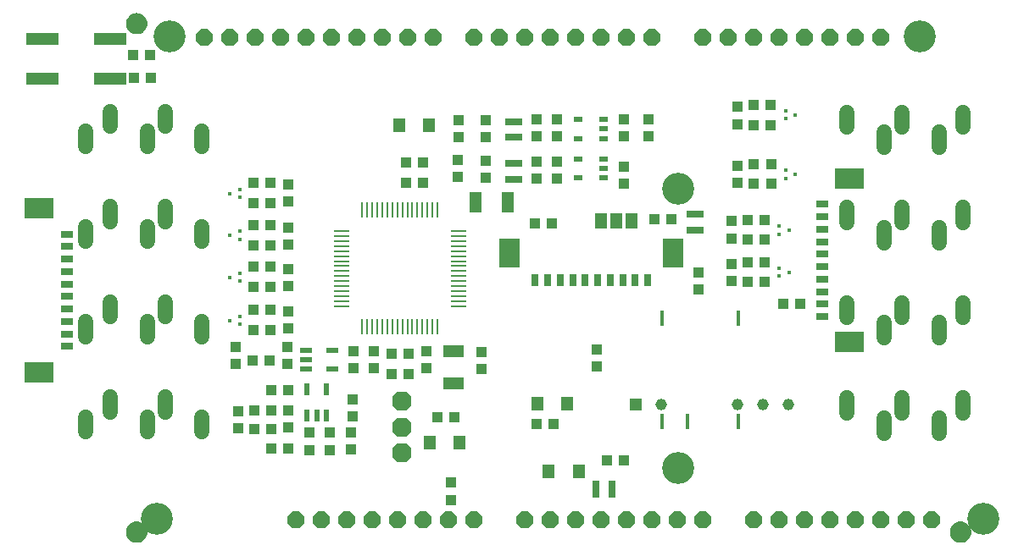
<source format=gbr>
G04 EAGLE Gerber RS-274X export*
G75*
%MOMM*%
%FSLAX34Y34*%
%LPD*%
%INSoldermask Top*%
%IPPOS*%
%AMOC8*
5,1,8,0,0,1.08239X$1,22.5*%
G01*
%ADD10C,3.200000*%
%ADD11R,1.800000X0.800000*%
%ADD12R,1.000000X1.100000*%
%ADD13R,2.000000X1.200000*%
%ADD14R,1.100000X1.000000*%
%ADD15R,1.500000X0.285000*%
%ADD16R,0.285000X1.500000*%
%ADD17R,1.200000X1.400000*%
%ADD18P,1.814519X8X22.500000*%
%ADD19P,2.089446X8X22.500000*%
%ADD20R,1.200000X2.000000*%
%ADD21R,1.200000X0.550000*%
%ADD22R,0.550000X1.200000*%
%ADD23R,0.952500X0.508000*%
%ADD24R,1.160000X1.160000*%
%ADD25C,1.160000*%
%ADD26R,0.800000X1.800000*%
%ADD27R,3.200000X1.200000*%
%ADD28R,1.168400X1.600200*%
%ADD29R,0.800000X1.300000*%
%ADD30R,2.100000X3.000000*%
%ADD31R,0.400000X0.400000*%
%ADD32C,1.500000*%
%ADD33R,0.406400X1.600200*%
%ADD34R,1.300000X0.800000*%
%ADD35R,3.000000X2.100000*%

G36*
X122188Y511236D02*
X122188Y511236D01*
X122231Y511248D01*
X122297Y511255D01*
X123980Y511706D01*
X124021Y511725D01*
X124084Y511744D01*
X125664Y512481D01*
X125701Y512507D01*
X125760Y512536D01*
X127188Y513536D01*
X127219Y513568D01*
X127272Y513607D01*
X128505Y514840D01*
X128530Y514876D01*
X128576Y514924D01*
X129576Y516352D01*
X129594Y516393D01*
X129631Y516448D01*
X130368Y518028D01*
X130379Y518071D01*
X130406Y518132D01*
X130857Y519815D01*
X130859Y519847D01*
X130866Y519868D01*
X130866Y519883D01*
X130876Y519924D01*
X131028Y521661D01*
X131024Y521705D01*
X131028Y521771D01*
X130876Y523508D01*
X130864Y523551D01*
X130857Y523617D01*
X130406Y525300D01*
X130387Y525341D01*
X130368Y525404D01*
X129631Y526984D01*
X129605Y527021D01*
X129576Y527080D01*
X128576Y528508D01*
X128544Y528539D01*
X128505Y528592D01*
X127272Y529825D01*
X127236Y529850D01*
X127188Y529896D01*
X125760Y530896D01*
X125719Y530914D01*
X125664Y530951D01*
X124084Y531688D01*
X124041Y531699D01*
X123980Y531726D01*
X122297Y532177D01*
X122252Y532180D01*
X122188Y532196D01*
X120451Y532348D01*
X120407Y532344D01*
X120341Y532348D01*
X118604Y532196D01*
X118561Y532184D01*
X118495Y532177D01*
X116812Y531726D01*
X116771Y531707D01*
X116708Y531688D01*
X115128Y530951D01*
X115091Y530925D01*
X115032Y530896D01*
X113604Y529896D01*
X113573Y529864D01*
X113520Y529825D01*
X112287Y528592D01*
X112262Y528556D01*
X112216Y528508D01*
X111216Y527080D01*
X111198Y527039D01*
X111161Y526984D01*
X110424Y525404D01*
X110413Y525361D01*
X110386Y525300D01*
X109935Y523617D01*
X109932Y523572D01*
X109916Y523508D01*
X109764Y521771D01*
X109768Y521727D01*
X109764Y521661D01*
X109916Y519924D01*
X109928Y519881D01*
X109932Y519847D01*
X109932Y519831D01*
X109934Y519826D01*
X109935Y519815D01*
X110386Y518132D01*
X110405Y518091D01*
X110424Y518028D01*
X111161Y516448D01*
X111187Y516411D01*
X111216Y516352D01*
X112216Y514924D01*
X112248Y514893D01*
X112287Y514840D01*
X113520Y513607D01*
X113556Y513582D01*
X113604Y513536D01*
X115032Y512536D01*
X115073Y512518D01*
X115128Y512481D01*
X116708Y511744D01*
X116751Y511733D01*
X116812Y511706D01*
X118495Y511255D01*
X118540Y511252D01*
X118604Y511236D01*
X120341Y511084D01*
X120385Y511088D01*
X120451Y511084D01*
X122188Y511236D01*
G37*
G36*
X122188Y2474D02*
X122188Y2474D01*
X122231Y2486D01*
X122297Y2493D01*
X123980Y2944D01*
X124021Y2963D01*
X124084Y2982D01*
X125664Y3719D01*
X125701Y3745D01*
X125760Y3774D01*
X127188Y4774D01*
X127219Y4806D01*
X127272Y4845D01*
X128505Y6078D01*
X128530Y6114D01*
X128576Y6162D01*
X129576Y7590D01*
X129594Y7631D01*
X129631Y7686D01*
X130368Y9266D01*
X130379Y9309D01*
X130406Y9370D01*
X130857Y11053D01*
X130859Y11085D01*
X130866Y11106D01*
X130866Y11121D01*
X130876Y11162D01*
X131028Y12899D01*
X131024Y12943D01*
X131028Y13009D01*
X130876Y14746D01*
X130864Y14789D01*
X130857Y14855D01*
X130406Y16538D01*
X130387Y16579D01*
X130368Y16642D01*
X129631Y18222D01*
X129605Y18259D01*
X129576Y18318D01*
X128576Y19746D01*
X128544Y19777D01*
X128505Y19830D01*
X127272Y21063D01*
X127236Y21088D01*
X127188Y21134D01*
X125760Y22134D01*
X125719Y22152D01*
X125664Y22189D01*
X124084Y22926D01*
X124041Y22937D01*
X123980Y22964D01*
X122297Y23415D01*
X122252Y23418D01*
X122188Y23434D01*
X120451Y23586D01*
X120407Y23582D01*
X120341Y23586D01*
X118604Y23434D01*
X118561Y23422D01*
X118495Y23415D01*
X116812Y22964D01*
X116771Y22945D01*
X116708Y22926D01*
X115128Y22189D01*
X115091Y22163D01*
X115032Y22134D01*
X113604Y21134D01*
X113573Y21102D01*
X113520Y21063D01*
X112287Y19830D01*
X112262Y19794D01*
X112216Y19746D01*
X111216Y18318D01*
X111198Y18277D01*
X111161Y18222D01*
X110424Y16642D01*
X110413Y16599D01*
X110386Y16538D01*
X109935Y14855D01*
X109932Y14810D01*
X109916Y14746D01*
X109764Y13009D01*
X109768Y12965D01*
X109764Y12899D01*
X109916Y11162D01*
X109928Y11119D01*
X109932Y11085D01*
X109932Y11069D01*
X109934Y11064D01*
X109935Y11053D01*
X110386Y9370D01*
X110405Y9329D01*
X110424Y9266D01*
X111161Y7686D01*
X111187Y7649D01*
X111216Y7590D01*
X112216Y6162D01*
X112248Y6131D01*
X112287Y6078D01*
X113520Y4845D01*
X113556Y4820D01*
X113604Y4774D01*
X115032Y3774D01*
X115073Y3756D01*
X115128Y3719D01*
X116708Y2982D01*
X116751Y2971D01*
X116812Y2944D01*
X118495Y2493D01*
X118540Y2490D01*
X118604Y2474D01*
X120341Y2322D01*
X120385Y2326D01*
X120451Y2322D01*
X122188Y2474D01*
G37*
G36*
X945148Y2474D02*
X945148Y2474D01*
X945191Y2486D01*
X945257Y2493D01*
X946940Y2944D01*
X946981Y2963D01*
X947044Y2982D01*
X948624Y3719D01*
X948661Y3745D01*
X948720Y3774D01*
X950148Y4774D01*
X950179Y4806D01*
X950232Y4845D01*
X951465Y6078D01*
X951490Y6114D01*
X951536Y6162D01*
X952536Y7590D01*
X952554Y7631D01*
X952591Y7686D01*
X953328Y9266D01*
X953339Y9309D01*
X953366Y9370D01*
X953817Y11053D01*
X953819Y11085D01*
X953826Y11106D01*
X953826Y11121D01*
X953836Y11162D01*
X953988Y12899D01*
X953984Y12943D01*
X953988Y13009D01*
X953836Y14746D01*
X953824Y14789D01*
X953817Y14855D01*
X953366Y16538D01*
X953347Y16579D01*
X953328Y16642D01*
X952591Y18222D01*
X952565Y18259D01*
X952536Y18318D01*
X951536Y19746D01*
X951504Y19777D01*
X951465Y19830D01*
X950232Y21063D01*
X950196Y21088D01*
X950148Y21134D01*
X948720Y22134D01*
X948679Y22152D01*
X948624Y22189D01*
X947044Y22926D01*
X947001Y22937D01*
X946940Y22964D01*
X945257Y23415D01*
X945212Y23418D01*
X945148Y23434D01*
X943411Y23586D01*
X943367Y23582D01*
X943301Y23586D01*
X941564Y23434D01*
X941521Y23422D01*
X941455Y23415D01*
X939772Y22964D01*
X939731Y22945D01*
X939668Y22926D01*
X938088Y22189D01*
X938051Y22163D01*
X937992Y22134D01*
X936564Y21134D01*
X936533Y21102D01*
X936480Y21063D01*
X935247Y19830D01*
X935222Y19794D01*
X935176Y19746D01*
X934176Y18318D01*
X934158Y18277D01*
X934121Y18222D01*
X933384Y16642D01*
X933373Y16599D01*
X933346Y16538D01*
X932895Y14855D01*
X932892Y14810D01*
X932876Y14746D01*
X932724Y13009D01*
X932728Y12965D01*
X932724Y12899D01*
X932876Y11162D01*
X932888Y11119D01*
X932892Y11085D01*
X932892Y11069D01*
X932894Y11064D01*
X932895Y11053D01*
X933346Y9370D01*
X933365Y9329D01*
X933384Y9266D01*
X934121Y7686D01*
X934147Y7649D01*
X934176Y7590D01*
X935176Y6162D01*
X935208Y6131D01*
X935247Y6078D01*
X936480Y4845D01*
X936516Y4820D01*
X936564Y4774D01*
X937992Y3774D01*
X938033Y3756D01*
X938088Y3719D01*
X939668Y2982D01*
X939711Y2971D01*
X939772Y2944D01*
X941455Y2493D01*
X941500Y2490D01*
X941564Y2474D01*
X943301Y2322D01*
X943345Y2326D01*
X943411Y2322D01*
X945148Y2474D01*
G37*
D10*
X966470Y26670D03*
X153670Y509270D03*
X902970Y509270D03*
X140970Y26670D03*
X661670Y356870D03*
X661670Y77470D03*
D11*
X496824Y365888D03*
X496824Y381888D03*
D12*
X540512Y366912D03*
X540512Y383912D03*
X520192Y366912D03*
X520192Y383912D03*
X468884Y367674D03*
X468884Y384674D03*
D13*
X437134Y193546D03*
X437134Y161546D03*
D12*
X464820Y193158D03*
X464820Y176158D03*
D14*
X389518Y382524D03*
X406518Y382524D03*
X389264Y362204D03*
X406264Y362204D03*
D12*
X409509Y193605D03*
X409509Y176605D03*
D14*
X374997Y170713D03*
X391997Y170713D03*
X375177Y191483D03*
X392177Y191483D03*
D11*
X497078Y407798D03*
X497078Y423798D03*
D12*
X540512Y408822D03*
X540512Y425822D03*
X520192Y408822D03*
X520192Y425822D03*
X469138Y408314D03*
X469138Y425314D03*
D11*
X678434Y314834D03*
X678434Y330834D03*
D12*
X681482Y272660D03*
X681482Y255660D03*
D15*
X324786Y314106D03*
X324786Y309106D03*
X324786Y304106D03*
X324786Y299106D03*
X324786Y294106D03*
X324786Y289106D03*
X324786Y284106D03*
X324786Y279106D03*
X324786Y274106D03*
X324786Y269106D03*
X324786Y264106D03*
X324786Y259106D03*
X324786Y254106D03*
X324786Y249106D03*
X324786Y244106D03*
X324786Y239106D03*
D16*
X345786Y218106D03*
X350786Y218106D03*
X355786Y218106D03*
X360786Y218106D03*
X365786Y218106D03*
X370786Y218106D03*
X375786Y218106D03*
X380786Y218106D03*
X385786Y218106D03*
X390786Y218106D03*
X395786Y218106D03*
X400786Y218106D03*
X405786Y218106D03*
X410786Y218106D03*
X415786Y218106D03*
X420786Y218106D03*
D15*
X441786Y239106D03*
X441786Y244106D03*
X441786Y249106D03*
X441786Y254106D03*
X441786Y259106D03*
X441786Y264106D03*
X441786Y269106D03*
X441786Y274106D03*
X441786Y279106D03*
X441786Y284106D03*
X441786Y289106D03*
X441786Y294106D03*
X441786Y299106D03*
X441786Y304106D03*
X441786Y309106D03*
X441786Y314106D03*
D16*
X420786Y335106D03*
X415786Y335106D03*
X410786Y335106D03*
X405786Y335106D03*
X400786Y335106D03*
X395786Y335106D03*
X390786Y335106D03*
X385786Y335106D03*
X380786Y335106D03*
X375786Y335106D03*
X370786Y335106D03*
X365786Y335106D03*
X360786Y335106D03*
X355786Y335106D03*
X350786Y335106D03*
X345786Y335106D03*
D12*
X441452Y368436D03*
X441452Y385436D03*
X271526Y217052D03*
X271526Y234052D03*
X271526Y258962D03*
X271526Y275962D03*
D14*
X237372Y299974D03*
X254372Y299974D03*
D12*
X271526Y300872D03*
X271526Y317872D03*
D14*
X237372Y320294D03*
X254372Y320294D03*
X237372Y341884D03*
X254372Y341884D03*
D12*
X271526Y344052D03*
X271526Y361052D03*
D14*
X237372Y362458D03*
X254372Y362458D03*
X753736Y439928D03*
X736736Y439928D03*
D12*
X720598Y438268D03*
X720598Y421268D03*
D14*
X753736Y419862D03*
X736736Y419862D03*
X753990Y381254D03*
X736990Y381254D03*
D12*
X720598Y379594D03*
X720598Y362594D03*
D14*
X753990Y361950D03*
X736990Y361950D03*
X747640Y325374D03*
X730640Y325374D03*
D12*
X714248Y323968D03*
X714248Y306968D03*
D14*
X747640Y305816D03*
X730640Y305816D03*
X747640Y283210D03*
X730640Y283210D03*
D12*
X714248Y281296D03*
X714248Y264296D03*
D14*
X747640Y263144D03*
X730640Y263144D03*
X437760Y127508D03*
X420760Y127508D03*
D17*
X413244Y102870D03*
X443244Y102870D03*
D12*
X337058Y194041D03*
X337058Y177041D03*
X334264Y112386D03*
X334264Y95386D03*
X293116Y112259D03*
X293116Y95259D03*
X312928Y112259D03*
X312928Y95259D03*
X441706Y408060D03*
X441706Y425060D03*
D17*
X412764Y419862D03*
X382764Y419862D03*
D18*
X457200Y508000D03*
X482600Y508000D03*
X508000Y508000D03*
X533400Y508000D03*
X558800Y508000D03*
X584200Y508000D03*
X609600Y508000D03*
X635000Y508000D03*
X685800Y508000D03*
X711200Y508000D03*
X736600Y508000D03*
X762000Y508000D03*
X787400Y508000D03*
X812800Y508000D03*
X838200Y508000D03*
X863600Y508000D03*
X736600Y25400D03*
X762000Y25400D03*
X787400Y25400D03*
X812800Y25400D03*
X838200Y25400D03*
X863600Y25400D03*
X889000Y25400D03*
X914400Y25400D03*
X508000Y25400D03*
X533400Y25400D03*
X558800Y25400D03*
X584200Y25400D03*
X609600Y25400D03*
X635000Y25400D03*
X660400Y25400D03*
X685800Y25400D03*
X187960Y508000D03*
X213360Y508000D03*
X238760Y508000D03*
X264160Y508000D03*
X289560Y508000D03*
X314960Y508000D03*
X340360Y508000D03*
X365760Y508000D03*
X391160Y508000D03*
X416560Y508000D03*
X279400Y25400D03*
X304800Y25400D03*
X330200Y25400D03*
X355600Y25400D03*
X381000Y25400D03*
X406400Y25400D03*
X431800Y25400D03*
X457200Y25400D03*
D19*
X385318Y117928D03*
D14*
X237372Y278384D03*
X254372Y278384D03*
X237372Y258064D03*
X254372Y258064D03*
X237372Y235204D03*
X254372Y235204D03*
X237372Y214884D03*
X254372Y214884D03*
D19*
X385318Y91948D03*
D20*
X490726Y342646D03*
X458726Y342646D03*
D12*
X631698Y408822D03*
X631698Y425822D03*
X607060Y408822D03*
X607060Y425822D03*
X607060Y361578D03*
X607060Y378578D03*
D21*
X289767Y194920D03*
X289767Y185420D03*
X289767Y175920D03*
X315769Y175920D03*
X315769Y194920D03*
D22*
X290728Y129747D03*
X300228Y129747D03*
X309728Y129747D03*
X309728Y155749D03*
X290728Y155749D03*
D19*
X385318Y143909D03*
D23*
X586809Y406758D03*
X586809Y416258D03*
X586809Y425758D03*
X561282Y425758D03*
X561282Y406758D03*
X586936Y367195D03*
X586936Y376695D03*
X586936Y386195D03*
X561409Y386195D03*
X561409Y367195D03*
D14*
X654475Y325681D03*
X637475Y325681D03*
D24*
X618564Y140379D03*
D25*
X643964Y140379D03*
X720164Y140379D03*
X745564Y140379D03*
X770964Y140379D03*
D12*
X434160Y62361D03*
X434160Y45361D03*
D14*
X590371Y84910D03*
X607371Y84910D03*
D12*
X580210Y195505D03*
X580210Y178505D03*
D26*
X579210Y55903D03*
X595210Y55903D03*
D14*
X536627Y120830D03*
X519627Y120830D03*
D17*
X520602Y141224D03*
X550602Y141224D03*
X561948Y74026D03*
X531948Y74026D03*
D14*
X517999Y321473D03*
X534999Y321473D03*
D27*
X26119Y506623D03*
X94119Y506623D03*
X94119Y466623D03*
X26119Y466623D03*
D14*
X117189Y490355D03*
X134189Y490355D03*
D28*
X583951Y324406D03*
X599191Y324406D03*
X614431Y324406D03*
D29*
X630923Y264970D03*
X618423Y264970D03*
X605923Y264970D03*
X593423Y264970D03*
X580923Y264970D03*
X568423Y264970D03*
X555923Y264970D03*
X543423Y264970D03*
X530923Y264970D03*
X518423Y264970D03*
D30*
X656423Y292470D03*
X492923Y292470D03*
D14*
X254639Y115720D03*
X237639Y115720D03*
X254639Y135110D03*
X237639Y135110D03*
X253369Y185067D03*
X236369Y185067D03*
D12*
X271087Y180971D03*
X271087Y197971D03*
D14*
X254631Y154953D03*
X271631Y154953D03*
X254631Y96192D03*
X271631Y96192D03*
D12*
X221582Y133989D03*
X221582Y116989D03*
X219448Y180971D03*
X219448Y197971D03*
X271859Y117471D03*
X271859Y134471D03*
D31*
X213407Y224793D03*
X223407Y220793D03*
X223407Y228793D03*
X213407Y267973D03*
X223407Y263973D03*
X223407Y271973D03*
X213407Y309883D03*
X223407Y305883D03*
X223407Y313883D03*
X213407Y351793D03*
X223407Y347793D03*
X223407Y355793D03*
X778463Y430527D03*
X768463Y434527D03*
X768463Y426527D03*
X778463Y370837D03*
X768463Y374837D03*
X768463Y366837D03*
X772113Y314957D03*
X762113Y318957D03*
X762113Y310957D03*
X772113Y273047D03*
X762113Y277047D03*
X762113Y269047D03*
D12*
X336243Y145419D03*
X336243Y128419D03*
X357518Y177041D03*
X357518Y194041D03*
D14*
X117471Y467302D03*
X134471Y467302D03*
D32*
X69850Y128150D02*
X69850Y113150D01*
X93850Y133150D02*
X93850Y148150D01*
X130850Y128150D02*
X130850Y113150D01*
X148850Y133150D02*
X148850Y148150D01*
X185850Y128150D02*
X185850Y113150D01*
X69850Y208400D02*
X69850Y223400D01*
X93850Y228400D02*
X93850Y243400D01*
X130850Y223400D02*
X130850Y208400D01*
X148850Y228400D02*
X148850Y243400D01*
X185850Y223400D02*
X185850Y208400D01*
X69850Y303650D02*
X69850Y318650D01*
X93850Y323650D02*
X93850Y338650D01*
X130850Y318650D02*
X130850Y303650D01*
X148850Y323650D02*
X148850Y338650D01*
X185850Y318650D02*
X185850Y303650D01*
X69850Y398900D02*
X69850Y413900D01*
X93850Y418900D02*
X93850Y433900D01*
X130850Y413900D02*
X130850Y398900D01*
X148850Y418900D02*
X148850Y433900D01*
X185850Y413900D02*
X185850Y398900D01*
X946150Y417950D02*
X946150Y432950D01*
X922150Y412950D02*
X922150Y397950D01*
X885150Y417950D02*
X885150Y432950D01*
X867150Y412950D02*
X867150Y397950D01*
X830150Y417950D02*
X830150Y432950D01*
X946150Y337700D02*
X946150Y322700D01*
X922150Y317700D02*
X922150Y302700D01*
X885150Y322700D02*
X885150Y337700D01*
X867150Y317700D02*
X867150Y302700D01*
X830150Y322700D02*
X830150Y337700D01*
X946150Y242450D02*
X946150Y227450D01*
X922150Y222450D02*
X922150Y207450D01*
X885150Y227450D02*
X885150Y242450D01*
X867150Y222450D02*
X867150Y207450D01*
X830150Y227450D02*
X830150Y242450D01*
X946150Y147200D02*
X946150Y132200D01*
X922150Y127200D02*
X922150Y112200D01*
X885150Y132200D02*
X885150Y147200D01*
X867150Y127200D02*
X867150Y112200D01*
X830150Y132200D02*
X830150Y147200D01*
D33*
X644906Y123444D03*
X670306Y123444D03*
X721106Y123444D03*
X721106Y227076D03*
X644906Y227076D03*
D34*
X805180Y228600D03*
X805180Y241100D03*
X805180Y253600D03*
X805180Y266100D03*
X805180Y278600D03*
X805180Y291100D03*
X805180Y303600D03*
X805180Y316100D03*
X805180Y328600D03*
X805180Y341100D03*
D35*
X832680Y203100D03*
X832680Y366600D03*
D14*
X783200Y241300D03*
X766200Y241300D03*
D34*
X50800Y311150D03*
X50800Y298650D03*
X50800Y286150D03*
X50800Y273650D03*
X50800Y261150D03*
X50800Y248650D03*
X50800Y236150D03*
X50800Y223650D03*
X50800Y211150D03*
X50800Y198650D03*
D35*
X23300Y336650D03*
X23300Y173150D03*
M02*

</source>
